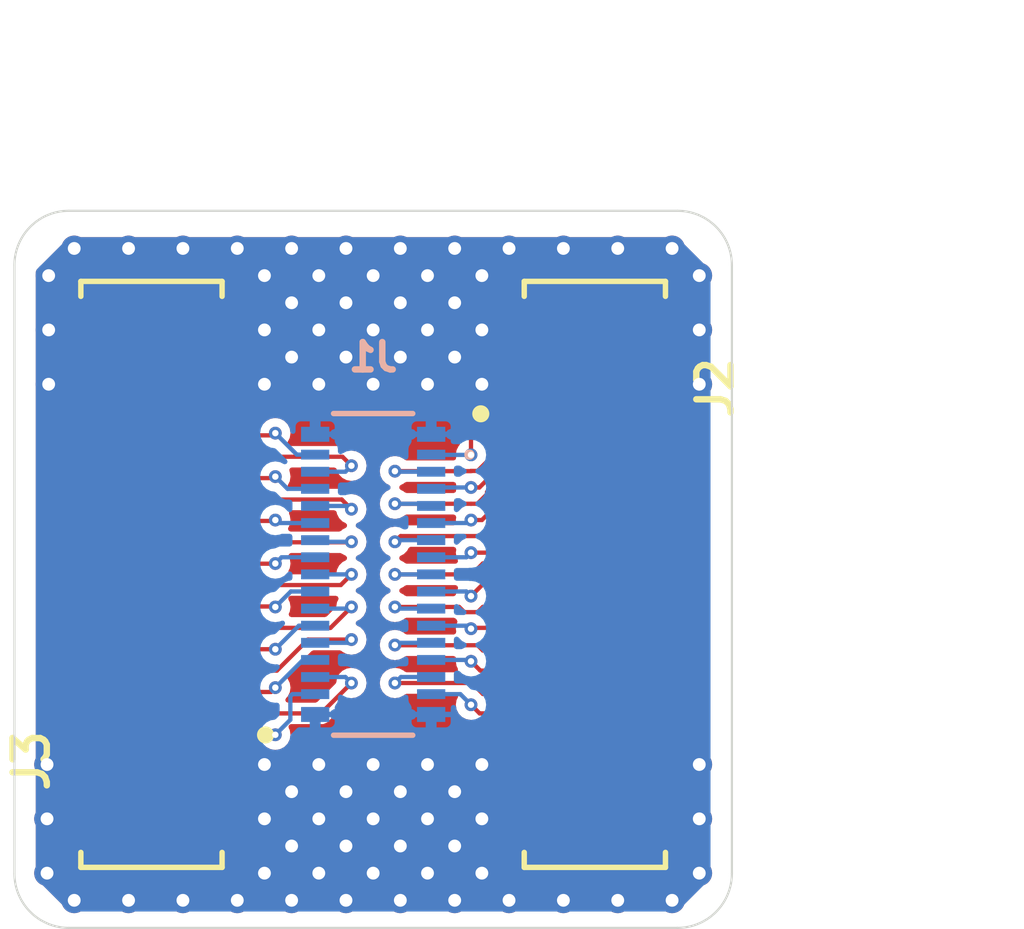
<source format=kicad_pcb>
(kicad_pcb (version 20240108) (generator "pcbnew") (generator_version "8.0")
  (layers (0 "F.Cu" signal) (31 "B.Cu" signal) (34 "B.Paste" user) (35 "F.Paste" user) (36 "B.SilkS" user "B.Silkscreen") (37 "F.SilkS" user "F.Silkscreen") (38 "B.Mask" user) (39 "F.Mask" user) (44 "Edge.Cuts" user))
  (net 0 "")
  (net 1 "/W25")
  (net 2 "/W6")
  (net 3 "/W8")
  (net 4 "/W22")
  (net 5 "/W17")
  (net 6 "/W10")
  (net 7 "/W23")
  (net 8 "/W21")
  (net 9 "/W19")
  (net 10 "/W9")
  (net 11 "/W24")
  (net 12 "/W27")
  (net 13 "/W1")
  (net 14 "/W13")
  (net 15 "/W2")
  (net 16 "/W15")
  (net 17 "/W12")
  (net 18 "/W30")
  (net 19 "/W18")
  (net 20 "/W7")
  (net 21 "/W29")
  (net 22 "/W14")
  (net 23 "/W3")
  (net 24 "/W4")
  (net 25 "/W16")
  (net 26 "/W5")
  (net 27 "/W11")
  (net 28 "/W26")
  (net 29 "/W28")
  (net 30 "/W20")
  (net 31 "GND")
  (footprint "local:TE_1-1734742-6" (layer "F.Cu") (at 81.28 44.45 -90)
    (property "Reference" "J2" (at -4.36 -2.908 90) (layer "F.SilkS") (effects (font (size 0.8 0.8))))
    (property "Value" "ODD")
    (fp_line (start -6.85 1.55) (end -6.5 1.55) (stroke (width 0.127)) (layer "F.SilkS"))
    (fp_line (start 6.85 1.55) (end 6.5 1.55) (stroke (width 0.127)) (layer "F.SilkS"))
    (fp_line (start -6.85 -1.75) (end -6.85 1.55) (stroke (width 0.127)) (layer "F.SilkS"))
    (fp_line (start -6.5 -1.75) (end -6.85 -1.75) (stroke (width 0.127)) (layer "F.SilkS"))
    (fp_line (start 6.5 -1.75) (end 6.85 -1.75) (stroke (width 0.127)) (layer "F.SilkS"))
    (fp_line (start 6.85 -1.75) (end 6.85 1.55) (stroke (width 0.127)) (layer "F.SilkS"))
    (fp_circle (center -3.754 2.565) (end -3.654 2.565) (stroke (width 0.2)) (fill none) (layer "F.SilkS"))
    (pad "1" smd rect (at -3.75 1.2 270) (size 0.4 1.6) (layers "F.Cu" "F.Paste" "F.Mask") (net 13 "/W1"))
    (pad "2" smd rect (at -3.25 -1.2 270) (size 0.4 1.6) (layers "F.Cu" "F.Paste" "F.Mask") (net 23 "/W3"))
    (pad "3" smd rect (at -2.75 1.2 270) (size 0.4 1.6) (layers "F.Cu" "F.Paste" "F.Mask") (net 26 "/W5"))
    (pad "4" smd rect (at -2.25 -1.2 270) (size 0.4 1.6) (layers "F.Cu" "F.Paste" "F.Mask") (net 20 "/W7"))
    (pad "5" smd rect (at -1.75 1.2 270) (size 0.4 1.6) (layers "F.Cu" "F.Paste" "F.Mask") (net 10 "/W9"))
    (pad "6" smd rect (at -1.25 -1.2 270) (size 0.4 1.6) (layers "F.Cu" "F.Paste" "F.Mask") (net 27 "/W11"))
    (pad "7" smd rect (at -0.75 1.2 270) (size 0.4 1.6) (layers "F.Cu" "F.Paste" "F.Mask") (net 14 "/W13"))
    (pad "8" smd rect (at -0.25 -1.2 270) (size 0.4 1.6) (layers "F.Cu" "F.Paste" "F.Mask") (net 16 "/W15"))
    (pad "9" smd rect (at 0.25 1.2 270) (size 0.4 1.6) (layers "F.Cu" "F.Paste" "F.Mask") (net 5 "/W17"))
    (pad "10" smd rect (at 0.75 -1.2 270) (size 0.4 1.6) (layers "F.Cu" "F.Paste" "F.Mask") (net 9 "/W19"))
    (pad "11" smd rect (at 1.25 1.2 270) (size 0.4 1.6) (layers "F.Cu" "F.Paste" "F.Mask") (net 8 "/W21"))
    (pad "12" smd rect (at 1.75 -1.2 270) (size 0.4 1.6) (layers "F.Cu" "F.Paste" "F.Mask") (net 7 "/W23"))
    (pad "13" smd rect (at 2.25 1.2 270) (size 0.4 1.6) (layers "F.Cu" "F.Paste" "F.Mask") (net 1 "/W25"))
    (pad "14" smd rect (at 2.75 -1.2 270) (size 0.4 1.6) (layers "F.Cu" "F.Paste" "F.Mask") (net 12 "/W27"))
    (pad "15" smd rect (at 3.25 1.2 270) (size 0.4 1.6) (layers "F.Cu" "F.Paste" "F.Mask") (net 21 "/W29"))
    (pad "16" smd rect (at 3.75 -1.2 270) (size 0.4 1.6) (layers "F.Cu" "F.Paste" "F.Mask"))
    (pad "S1" smd rect (at -5.45 0 270) (size 1.4 2.9) (layers "F.Cu" "F.Paste" "F.Mask") (net 31 "GND"))
    (pad "S2" smd rect (at 5.45 0 270) (size 1.4 2.9) (layers "F.Cu" "F.Paste" "F.Mask") (net 31 "GND"))
  )
  (footprint "local:TE_1-1734742-6" (layer "F.Cu") (at 71.12 44.45 90)
    (property "Reference" "J3" (at -4.36 -2.908 -90) (layer "F.SilkS") (effects (font (size 0.8 0.8))))
    (property "Value" "EVEN")
    (fp_line (start 6.85 -1.75) (end 6.85 1.55) (stroke (width 0.127)) (layer "F.SilkS"))
    (fp_line (start 6.5 -1.75) (end 6.85 -1.75) (stroke (width 0.127)) (layer "F.SilkS"))
    (fp_line (start -6.5 -1.75) (end -6.85 -1.75) (stroke (width 0.127)) (layer "F.SilkS"))
    (fp_line (start -6.85 -1.75) (end -6.85 1.55) (stroke (width 0.127)) (layer "F.SilkS"))
    (fp_line (start 6.85 1.55) (end 6.5 1.55) (stroke (width 0.127)) (layer "F.SilkS"))
    (fp_line (start -6.85 1.55) (end -6.5 1.55) (stroke (width 0.127)) (layer "F.SilkS"))
    (fp_circle (center -3.754 2.565) (end -3.654 2.565) (stroke (width 0.2)) (fill none) (layer "F.SilkS"))
    (pad "1" smd rect (at -3.75 1.2 90) (size 0.4 1.6) (layers "F.Cu" "F.Paste" "F.Mask") (net 18 "/W30"))
    (pad "2" smd rect (at -3.25 -1.2 90) (size 0.4 1.6) (layers "F.Cu" "F.Paste" "F.Mask") (net 29 "/W28"))
    (pad "3" smd rect (at -2.75 1.2 90) (size 0.4 1.6) (layers "F.Cu" "F.Paste" "F.Mask") (net 28 "/W26"))
    (pad "4" smd rect (at -2.25 -1.2 90) (size 0.4 1.6) (layers "F.Cu" "F.Paste" "F.Mask") (net 11 "/W24"))
    (pad "5" smd rect (at -1.75 1.2 90) (size 0.4 1.6) (layers "F.Cu" "F.Paste" "F.Mask") (net 4 "/W22"))
    (pad "6" smd rect (at -1.25 -1.2 90) (size 0.4 1.6) (layers "F.Cu" "F.Paste" "F.Mask") (net 30 "/W20"))
    (pad "7" smd rect (at -0.75 1.2 90) (size 0.4 1.6) (layers "F.Cu" "F.Paste" "F.Mask") (net 19 "/W18"))
    (pad "8" smd rect (at -0.25 -1.2 90) (size 0.4 1.6) (layers "F.Cu" "F.Paste" "F.Mask") (net 25 "/W16"))
    (pad "9" smd rect (at 0.25 1.2 90) (size 0.4 1.6) (layers "F.Cu" "F.Paste" "F.Mask") (net 22 "/W14"))
    (pad "10" smd rect (at 0.75 -1.2 90) (size 0.4 1.6) (layers "F.Cu" "F.Paste" "F.Mask") (net 17 "/W12"))
    (pad "11" smd rect (at 1.25 1.2 90) (size 0.4 1.6) (layers "F.Cu" "F.Paste" "F.Mask") (net 6 "/W10"))
    (pad "12" smd rect (at 1.75 -1.2 90) (size 0.4 1.6) (layers "F.Cu" "F.Paste" "F.Mask") (net 3 "/W8"))
    (pad "13" smd rect (at 2.25 1.2 90) (size 0.4 1.6) (layers "F.Cu" "F.Paste" "F.Mask") (net 2 "/W6"))
    (pad "14" smd rect (at 2.75 -1.2 90) (size 0.4 1.6) (layers "F.Cu" "F.Paste" "F.Mask") (net 24 "/W4"))
    (pad "15" smd rect (at 3.25 1.2 90) (size 0.4 1.6) (layers "F.Cu" "F.Paste" "F.Mask") (net 15 "/W2"))
    (pad "16" smd rect (at 3.75 -1.2 90) (size 0.4 1.6) (layers "F.Cu" "F.Paste" "F.Mask"))
    (pad "S1" smd rect (at -5.45 0 90) (size 1.4 2.9) (layers "F.Cu" "F.Paste" "F.Mask") (net 31 "GND"))
    (pad "S2" smd rect (at 5.45 0 90) (size 1.4 2.9) (layers "F.Cu" "F.Paste" "F.Mask") (net 31 "GND"))
  )
  (footprint "local:HRS_DF40C-30DP-0.4V_51_" (layer "B.Cu") (at 76.2 44.45 -90)
    (property "Reference" "J1" (at -5.08 0 0) (layer "B.SilkS") (effects (font (size 0.64 0.64)) (justify mirror)))
    (property "Value" "DF40C-30DP-0.4V")
    (fp_line (start -3.76 0.925) (end -3.76 -0.925) (stroke (width 0.127)) (layer "B.SilkS"))
    (fp_line (start 3.76 -0.925) (end 3.76 0.925) (stroke (width 0.127)) (layer "B.SilkS"))
    (fp_circle (center -2.8 -2.25) (end -2.74 -2.25) (stroke (width 0.12)) (fill none) (layer "B.SilkS"))
    (pad "1" smd rect (at -2.8 -1.355 270) (size 0.23 0.66) (layers "B.Cu") (net 13 "/W1"))
    (pad "2" smd rect (at -2.8 1.355 270) (size 0.23 0.66) (layers "B.Cu") (net 15 "/W2"))
    (pad "3" smd rect (at -2.4 -1.355 270) (size 0.23 0.66) (layers "B.Cu") (net 23 "/W3"))
    (pad "4" smd rect (at -2.4 1.355 270) (size 0.23 0.66) (layers "B.Cu") (net 24 "/W4"))
    (pad "5" smd rect (at -2 -1.355 270) (size 0.23 0.66) (layers "B.Cu") (net 26 "/W5"))
    (pad "6" smd rect (at -2 1.355 270) (size 0.23 0.66) (layers "B.Cu") (net 2 "/W6"))
    (pad "7" smd rect (at -1.6 -1.355 270) (size 0.23 0.66) (layers "B.Cu") (net 20 "/W7"))
    (pad "8" smd rect (at -1.6 1.355 270) (size 0.23 0.66) (layers "B.Cu") (net 3 "/W8"))
    (pad "9" smd rect (at -1.2 -1.355 270) (size 0.23 0.66) (layers "B.Cu") (net 10 "/W9"))
    (pad "10" smd rect (at -1.2 1.355 270) (size 0.23 0.66) (layers "B.Cu") (net 6 "/W10"))
    (pad "11" smd rect (at -0.8 -1.355 270) (size 0.23 0.66) (layers "B.Cu") (net 27 "/W11"))
    (pad "12" smd rect (at -0.8 1.355 270) (size 0.23 0.66) (layers "B.Cu") (net 17 "/W12"))
    (pad "13" smd rect (at -0.4 -1.355 270) (size 0.23 0.66) (layers "B.Cu") (net 14 "/W13"))
    (pad "14" smd rect (at -0.4 1.355 270) (size 0.23 0.66) (layers "B.Cu") (net 22 "/W14"))
    (pad "15" smd rect (at 0 -1.355 270) (size 0.23 0.66) (layers "B.Cu") (net 16 "/W15"))
    (pad "16" smd rect (at 0 1.355 270) (size 0.23 0.66) (layers "B.Cu") (net 25 "/W16"))
    (pad "17" smd rect (at 0.4 -1.355 270) (size 0.23 0.66) (layers "B.Cu") (net 5 "/W17"))
    (pad "18" smd rect (at 0.4 1.355 270) (size 0.23 0.66) (layers "B.Cu") (net 19 "/W18"))
    (pad "19" smd rect (at 0.8 -1.355 270) (size 0.23 0.66) (layers "B.Cu") (net 9 "/W19"))
    (pad "20" smd rect (at 0.8 1.355 270) (size 0.23 0.66) (layers "B.Cu") (net 30 "/W20"))
    (pad "21" smd rect (at 1.2 -1.355 270) (size 0.23 0.66) (layers "B.Cu") (net 8 "/W21"))
    (pad "22" smd rect (at 1.2 1.355 270) (size 0.23 0.66) (layers "B.Cu") (net 4 "/W22"))
    (pad "23" smd rect (at 1.6 -1.355 270) (size 0.23 0.66) (layers "B.Cu") (net 7 "/W23"))
    (pad "24" smd rect (at 1.6 1.355 270) (size 0.23 0.66) (layers "B.Cu") (net 11 "/W24"))
    (pad "25" smd rect (at 2 -1.355 270) (size 0.23 0.66) (layers "B.Cu") (net 1 "/W25"))
    (pad "26" smd rect (at 2 1.355 270) (size 0.23 0.66) (layers "B.Cu") (net 28 "/W26"))
    (pad "27" smd rect (at 2.4 -1.355 270) (size 0.23 0.66) (layers "B.Cu") (net 12 "/W27"))
    (pad "28" smd rect (at 2.4 1.355 270) (size 0.23 0.66) (layers "B.Cu") (net 29 "/W28"))
    (pad "29" smd rect (at 2.8 -1.355 270) (size 0.23 0.66) (layers "B.Cu") (net 21 "/W29"))
    (pad "30" smd rect (at 2.8 1.355 270) (size 0.23 0.66) (layers "B.Cu") (net 18 "/W30"))
    (pad "S1" smd rect (at -3.275 -1.355 270) (size 0.35 0.66) (layers "B.Cu" "B.Mask") (net 31 "GND"))
    (pad "S2" smd rect (at -3.275 1.355 270) (size 0.35 0.66) (layers "B.Cu" "B.Mask") (net 31 "GND"))
    (pad "S3" smd rect (at 3.275 -1.355 270) (size 0.35 0.66) (layers "B.Cu" "B.Mask") (net 31 "GND"))
    (pad "S4" smd rect (at 3.275 1.355 270) (size 0.35 0.66) (layers "B.Cu" "B.Mask") (net 31 "GND"))
  )
  (gr_arc (start 83.312 35.950026) (mid 84.210026 36.322) (end 84.582 37.220026) (stroke (width 0.05)) (layer "Edge.Cuts"))
  (gr_line (start 83.312 52.714026) (end 69.088 52.714026) (stroke (width 0.05)) (layer "Edge.Cuts"))
  (gr_line (start 84.582 51.444026) (end 84.582 37.220026) (stroke (width 0.05)) (layer "Edge.Cuts"))
  (gr_arc (start 67.818 37.220026) (mid 68.189974 36.322) (end 69.088 35.950026) (stroke (width 0.05)) (layer "Edge.Cuts"))
  (gr_line (start 67.818 37.220026) (end 67.818 51.444026) (stroke (width 0.05)) (layer "Edge.Cuts"))
  (gr_line (start 69.088 35.950026) (end 83.312 35.950026) (stroke (width 0.05)) (layer "Edge.Cuts"))
  (gr_arc (start 84.582 51.444026) (mid 84.210026 52.342052) (end 83.312 52.714026) (stroke (width 0.05)) (layer "Edge.Cuts"))
  (gr_arc (start 69.088 52.714026) (mid 68.189974 52.342052) (end 67.818 51.444026) (stroke (width 0.05)) (layer "Edge.Cuts"))
  (segment (start 78.486 46.482) (end 78.704 46.7) (width 0.1) (layer "F.Cu") (net 1))
  (segment (start 78.704 46.7) (end 80.08 46.7) (width 0.1) (layer "F.Cu") (net 1))
  (via (at 78.486 46.482) (size 0.3) (drill 0.15) (layers "F.Cu" "B.Cu") (net 1))
  (segment (start 78.454 46.45) (end 77.555 46.45) (width 0.1) (layer "B.Cu") (net 1))
  (segment (start 78.486 46.482) (end 78.454 46.45) (width 0.1) (layer "B.Cu") (net 1))
  (segment (start 73.914 42.164) (end 73.878 42.2) (width 0.1) (layer "F.Cu") (net 2))
  (segment (start 73.878 42.2) (end 72.32 42.2) (width 0.1) (layer "F.Cu") (net 2))
  (via (at 73.914 42.164) (size 0.3) (drill 0.15) (layers "F.Cu" "B.Cu") (net 2))
  (segment (start 74.2 42.45) (end 74.845 42.45) (width 0.1) (layer "B.Cu") (net 2))
  (segment (start 73.914 42.164) (end 74.2 42.45) (width 0.1) (layer "B.Cu") (net 2))
  (segment (start 69.92 42.7) (end 75.466 42.7) (width 0.1) (layer "F.Cu") (net 3))
  (segment (start 75.466 42.7) (end 75.692 42.926) (width 0.1) (layer "F.Cu") (net 3))
  (via (at 75.692 42.926) (size 0.3) (drill 0.15) (layers "F.Cu" "B.Cu") (net 3))
  (segment (start 75.692 42.926) (end 75.616 42.85) (width 0.1) (layer "B.Cu") (net 3))
  (segment (start 75.616 42.85) (end 74.845 42.85) (width 0.1) (layer "B.Cu") (net 3))
  (segment (start 73.914 46.2) (end 72.32 46.2) (width 0.1) (layer "F.Cu") (net 4))
  (via (at 73.914 46.2) (size 0.3) (drill 0.15) (layers "F.Cu" "B.Cu") (net 4))
  (segment (start 74.464 45.65) (end 74.845 45.65) (width 0.1) (layer "B.Cu") (net 4))
  (segment (start 73.914 46.2) (end 74.464 45.65) (width 0.1) (layer "B.Cu") (net 4))
  (segment (start 78.486 44.958) (end 78.744 44.7) (width 0.1) (layer "F.Cu") (net 5))
  (segment (start 78.744 44.7) (end 80.08 44.7) (width 0.1) (layer "F.Cu") (net 5))
  (via (at 78.486 44.958) (size 0.3) (drill 0.15) (layers "F.Cu" "B.Cu") (net 5))
  (segment (start 78.378 44.85) (end 77.555 44.85) (width 0.1) (layer "B.Cu") (net 5))
  (segment (start 78.486 44.958) (end 78.378 44.85) (width 0.1) (layer "B.Cu") (net 5))
  (segment (start 72.32 43.2) (end 73.894 43.2) (width 0.1) (layer "F.Cu") (net 6))
  (segment (start 73.894 43.2) (end 73.914 43.18) (width 0.1) (layer "F.Cu") (net 6))
  (via (at 73.914 43.18) (size 0.3) (drill 0.15) (layers "F.Cu" "B.Cu") (net 6))
  (segment (start 73.914 43.18) (end 73.984 43.25) (width 0.1) (layer "B.Cu") (net 6))
  (segment (start 73.984 43.25) (end 74.845 43.25) (width 0.1) (layer "B.Cu") (net 6))
  (segment (start 78.762331 46.228) (end 82.452 46.228) (width 0.1) (layer "F.Cu") (net 7))
  (segment (start 78.641331 46.107) (end 78.762331 46.228) (width 0.1) (layer "F.Cu") (net 7))
  (segment (start 76.708 46.101) (end 76.714 46.107) (width 0.1) (layer "F.Cu") (net 7))
  (segment (start 76.714 46.107) (end 78.641331 46.107) (width 0.1) (layer "F.Cu") (net 7))
  (segment (start 82.452 46.228) (end 82.48 46.2) (width 0.1) (layer "F.Cu") (net 7))
  (via (at 76.708 46.101) (size 0.3) (drill 0.15) (layers "F.Cu" "B.Cu") (net 7))
  (segment (start 76.759 46.05) (end 76.708 46.101) (width 0.1) (layer "B.Cu") (net 7))
  (segment (start 77.555 46.05) (end 76.759 46.05) (width 0.1) (layer "B.Cu") (net 7))
  (segment (start 78.506 45.7) (end 78.486 45.72) (width 0.1) (layer "F.Cu") (net 8))
  (segment (start 80.08 45.7) (end 78.506 45.7) (width 0.1) (layer "F.Cu") (net 8))
  (via (at 78.486 45.72) (size 0.3) (drill 0.15) (layers "F.Cu" "B.Cu") (net 8))
  (segment (start 78.416 45.65) (end 77.555 45.65) (width 0.1) (layer "B.Cu") (net 8))
  (segment (start 78.486 45.72) (end 78.416 45.65) (width 0.1) (layer "B.Cu") (net 8))
  (segment (start 76.708 45.212) (end 78.209669 45.212) (width 0.1) (layer "F.Cu") (net 9))
  (segment (start 78.330669 45.333) (end 78.641331 45.333) (width 0.1) (layer "F.Cu") (net 9))
  (segment (start 78.209669 45.212) (end 78.330669 45.333) (width 0.1) (layer "F.Cu") (net 9))
  (segment (start 78.762331 45.212) (end 82.468 45.212) (width 0.1) (layer "F.Cu") (net 9))
  (segment (start 78.641331 45.333) (end 78.762331 45.212) (width 0.1) (layer "F.Cu") (net 9))
  (segment (start 82.468 45.212) (end 82.48 45.2) (width 0.1) (layer "F.Cu") (net 9))
  (via (at 76.708 45.212) (size 0.3) (drill 0.15) (layers "F.Cu" "B.Cu") (net 9))
  (segment (start 76.746 45.25) (end 76.708 45.212) (width 0.1) (layer "B.Cu") (net 9))
  (segment (start 77.555 45.25) (end 76.746 45.25) (width 0.1) (layer "B.Cu") (net 9))
  (segment (start 79.22 42.7) (end 78.74 43.18) (width 0.1) (layer "F.Cu") (net 10))
  (segment (start 80.08 42.7) (end 79.22 42.7) (width 0.1) (layer "F.Cu") (net 10))
  (segment (start 78.74 43.18) (end 78.486 43.18) (width 0.1) (layer "F.Cu") (net 10))
  (via (at 78.486 43.18) (size 0.3) (drill 0.15) (layers "F.Cu" "B.Cu") (net 10))
  (segment (start 78.416 43.25) (end 77.555 43.25) (width 0.1) (layer "B.Cu") (net 10))
  (segment (start 78.486 43.18) (end 78.416 43.25) (width 0.1) (layer "B.Cu") (net 10))
  (segment (start 69.92 46.7) (end 73.95 46.7) (width 0.1) (layer "F.Cu") (net 11))
  (segment (start 74.676 45.974) (end 75.692 45.974) (width 0.1) (layer "F.Cu") (net 11))
  (segment (start 73.95 46.7) (end 74.676 45.974) (width 0.1) (layer "F.Cu") (net 11))
  (via (at 75.692 45.974) (size 0.3) (drill 0.15) (layers "F.Cu" "B.Cu") (net 11))
  (segment (start 75.616 46.05) (end 75.692 45.974) (width 0.1) (layer "B.Cu") (net 11))
  (segment (start 74.845 46.05) (end 75.616 46.05) (width 0.1) (layer "B.Cu") (net 11))
  (segment (start 76.708 46.99) (end 78.508331 46.99) (width 0.1) (layer "F.Cu") (net 12))
  (segment (start 82.436 47.244) (end 82.48 47.2) (width 0.1) (layer "F.Cu") (net 12))
  (segment (start 78.508331 46.99) (end 78.762331 47.244) (width 0.1) (layer "F.Cu") (net 12))
  (segment (start 78.762331 47.244) (end 82.436 47.244) (width 0.1) (layer "F.Cu") (net 12))
  (via (at 76.708 46.99) (size 0.3) (drill 0.15) (layers "F.Cu" "B.Cu") (net 12))
  (segment (start 77.555 46.85) (end 76.848 46.85) (width 0.1) (layer "B.Cu") (net 12))
  (segment (start 76.848 46.85) (end 76.708 46.99) (width 0.1) (layer "B.Cu") (net 12))
  (segment (start 80.08 40.7) (end 78.934 40.7) (width 0.1) (layer "F.Cu") (net 13))
  (segment (start 78.934 40.7) (end 78.486 41.148) (width 0.1) (layer "F.Cu") (net 13))
  (segment (start 78.486 41.148) (end 78.486 41.656) (width 0.1) (layer "F.Cu") (net 13))
  (via (at 78.486 41.656) (size 0.3) (drill 0.15) (layers "F.Cu" "B.Cu") (net 13))
  (segment (start 78.486 41.656) (end 77.561 41.656) (width 0.1) (layer "B.Cu") (net 13))
  (segment (start 77.561 41.656) (end 77.555 41.65) (width 0.1) (layer "B.Cu") (net 13))
  (segment (start 80.08 43.7) (end 79.363 43.7) (width 0.1) (layer "F.Cu") (net 14))
  (segment (start 79.121 43.942) (end 78.486 43.942) (width 0.1) (layer "F.Cu") (net 14))
  (segment (start 79.363 43.7) (end 79.121 43.942) (width 0.1) (layer "F.Cu") (net 14))
  (via (at 78.486 43.942) (size 0.3) (drill 0.15) (layers "F.Cu" "B.Cu") (net 14))
  (segment (start 78.486 43.942) (end 78.378 44.05) (width 0.1) (layer "B.Cu") (net 14))
  (segment (start 78.378 44.05) (end 77.555 44.05) (width 0.1) (layer "B.Cu") (net 14))
  (segment (start 73.914 41.148) (end 73.862 41.2) (width 0.1) (layer "F.Cu") (net 15))
  (segment (start 73.862 41.2) (end 72.32 41.2) (width 0.1) (layer "F.Cu") (net 15))
  (via (at 73.914 41.148) (size 0.3) (drill 0.15) (layers "F.Cu" "B.Cu") (net 15))
  (segment (start 73.914 41.148) (end 74.416 41.65) (width 0.1) (layer "B.Cu") (net 15))
  (segment (start 74.416 41.65) (end 74.845 41.65) (width 0.1) (layer "B.Cu") (net 15))
  (segment (start 78.508331 44.45) (end 78.762331 44.196) (width 0.1) (layer "F.Cu") (net 16))
  (segment (start 78.762331 44.196) (end 82.476 44.196) (width 0.1) (layer "F.Cu") (net 16))
  (segment (start 76.708 44.45) (end 78.508331 44.45) (width 0.1) (layer "F.Cu") (net 16))
  (segment (start 82.476 44.196) (end 82.48 44.2) (width 0.1) (layer "F.Cu") (net 16))
  (via (at 76.708 44.45) (size 0.3) (drill 0.15) (layers "F.Cu" "B.Cu") (net 16))
  (segment (start 77.555 44.45) (end 76.708 44.45) (width 0.1) (layer "B.Cu") (net 16))
  (segment (start 75.68 43.7) (end 75.692 43.688) (width 0.1) (layer "F.Cu") (net 17))
  (segment (start 69.92 43.7) (end 75.68 43.7) (width 0.1) (layer "F.Cu") (net 17))
  (via (at 75.692 43.688) (size 0.3) (drill 0.15) (layers "F.Cu" "B.Cu") (net 17))
  (segment (start 75.692 43.688) (end 74.883 43.688) (width 0.1) (layer "B.Cu") (net 17))
  (segment (start 74.883 43.688) (end 74.845 43.65) (width 0.1) (layer "B.Cu") (net 17))
  (segment (start 73.914 48.2) (end 72.32 48.2) (width 0.1) (layer "F.Cu") (net 18))
  (via (at 73.914 48.2) (size 0.3) (drill 0.15) (layers "F.Cu" "B.Cu") (net 18))
  (segment (start 74.265 47.3) (end 74.315 47.25) (width 0.1) (layer "B.Cu") (net 18))
  (segment (start 74.315 47.25) (end 74.845 47.25) (width 0.1) (layer "B.Cu") (net 18))
  (segment (start 73.914 48.2) (end 74.265 47.849) (width 0.1) (layer "B.Cu") (net 18))
  (segment (start 74.265 47.849) (end 74.265 47.3) (width 0.1) (layer "B.Cu") (net 18))
  (segment (start 73.914 45.212) (end 73.902 45.2) (width 0.1) (layer "F.Cu") (net 19))
  (segment (start 73.902 45.2) (end 72.32 45.2) (width 0.1) (layer "F.Cu") (net 19))
  (via (at 73.914 45.212) (size 0.3) (drill 0.15) (layers "F.Cu" "B.Cu") (net 19))
  (segment (start 73.914 45.212) (end 74.276 44.85) (width 0.1) (layer "B.Cu") (net 19))
  (segment (start 74.276 44.85) (end 74.845 44.85) (width 0.1) (layer "B.Cu") (net 19))
  (segment (start 78.861 42.522158) (end 78.861 42.573331) (width 0.1) (layer "F.Cu") (net 20))
  (segment (start 78.635331 42.799) (end 78.486 42.799) (width 0.1) (layer "F.Cu") (net 20))
  (segment (start 78.861 42.573331) (end 78.635331 42.799) (width 0.1) (layer "F.Cu") (net 20))
  (segment (start 82.48 42.2) (end 79.183158 42.2) (width 0.1) (layer "F.Cu") (net 20))
  (segment (start 78.486 42.799) (end 76.708 42.799) (width 0.1) (layer "F.Cu") (net 20))
  (segment (start 79.183158 42.2) (end 78.861 42.522158) (width 0.1) (layer "F.Cu") (net 20))
  (via (at 76.708 42.799) (size 0.3) (drill 0.15) (layers "F.Cu" "B.Cu") (net 20))
  (segment (start 77.504 42.799) (end 77.555 42.85) (width 0.1) (layer "B.Cu") (net 20))
  (segment (start 76.708 42.799) (end 77.504 42.799) (width 0.1) (layer "B.Cu") (net 20))
  (segment (start 80.08 47.7) (end 78.688 47.7) (width 0.1) (layer "F.Cu") (net 21))
  (segment (start 78.688 47.7) (end 78.486 47.498) (width 0.1) (layer "F.Cu") (net 21))
  (via (at 78.486 47.498) (size 0.3) (drill 0.15) (layers "F.Cu" "B.Cu") (net 21))
  (segment (start 78.238 47.25) (end 77.555 47.25) (width 0.1) (layer "B.Cu") (net 21))
  (segment (start 78.486 47.498) (end 78.238 47.25) (width 0.1) (layer "B.Cu") (net 21))
  (segment (start 72.32 44.2) (end 73.91 44.2) (width 0.1) (layer "F.Cu") (net 22))
  (segment (start 73.91 44.2) (end 73.914 44.196) (width 0.1) (layer "F.Cu") (net 22))
  (via (at 73.914 44.196) (size 0.3) (drill 0.15) (layers "F.Cu" "B.Cu") (net 22))
  (segment (start 73.914 44.196) (end 74.06 44.05) (width 0.1) (layer "B.Cu") (net 22))
  (segment (start 74.06 44.05) (end 74.845 44.05) (width 0.1) (layer "B.Cu") (net 22))
  (segment (start 78.994 41.678331) (end 78.994 41.275) (width 0.1) (layer "F.Cu") (net 23))
  (segment (start 78.641331 42.031) (end 78.994 41.678331) (width 0.1) (layer "F.Cu") (net 23))
  (segment (start 78.486 42.037) (end 78.492 42.031) (width 0.1) (layer "F.Cu") (net 23))
  (segment (start 76.708 42.037) (end 78.486 42.037) (width 0.1) (layer "F.Cu") (net 23))
  (segment (start 78.492 42.031) (end 78.641331 42.031) (width 0.1) (layer "F.Cu") (net 23))
  (segment (start 79.069 41.2) (end 82.48 41.2) (width 0.1) (layer "F.Cu") (net 23))
  (segment (start 78.994 41.275) (end 79.069 41.2) (width 0.1) (layer "F.Cu") (net 23))
  (via (at 76.708 42.037) (size 0.3) (drill 0.15) (layers "F.Cu" "B.Cu") (net 23))
  (segment (start 76.721 42.05) (end 76.708 42.037) (width 0.1) (layer "B.Cu") (net 23))
  (segment (start 77.555 42.05) (end 76.721 42.05) (width 0.1) (layer "B.Cu") (net 23))
  (segment (start 75.482 41.7) (end 69.92 41.7) (width 0.1) (layer "F.Cu") (net 24))
  (segment (start 75.692 41.91) (end 75.482 41.7) (width 0.1) (layer "F.Cu") (net 24))
  (via (at 75.692 41.91) (size 0.3) (drill 0.15) (layers "F.Cu" "B.Cu") (net 24))
  (segment (start 75.692 41.91) (end 75.552 42.05) (width 0.1) (layer "B.Cu") (net 24))
  (segment (start 75.552 42.05) (end 74.845 42.05) (width 0.1) (layer "B.Cu") (net 24))
  (segment (start 75.442 44.7) (end 75.692 44.45) (width 0.1) (layer "F.Cu") (net 25))
  (segment (start 69.92 44.7) (end 75.442 44.7) (width 0.1) (layer "F.Cu") (net 25))
  (via (at 75.692 44.45) (size 0.3) (drill 0.15) (layers "F.Cu" "B.Cu") (net 25))
  (segment (start 75.692 44.45) (end 74.845 44.45) (width 0.1) (layer "B.Cu") (net 25))
  (segment (start 78.682316 42.418) (end 78.486 42.418) (width 0.1) (layer "F.Cu") (net 26))
  (segment (start 78.994 42.037) (end 78.994 42.106315) (width 0.1) (layer "F.Cu") (net 26))
  (segment (start 78.994 42.106315) (end 78.682316 42.418) (width 0.1) (layer "F.Cu") (net 26))
  (segment (start 79.331 41.7) (end 78.994 42.037) (width 0.1) (layer "F.Cu") (net 26))
  (segment (start 80.08 41.7) (end 79.331 41.7) (width 0.1) (layer "F.Cu") (net 26))
  (via (at 78.486 42.418) (size 0.3) (drill 0.15) (layers "F.Cu" "B.Cu") (net 26))
  (segment (start 77.587 42.418) (end 77.555 42.45) (width 0.1) (layer "B.Cu") (net 26))
  (segment (start 78.486 42.418) (end 77.587 42.418) (width 0.1) (layer "B.Cu") (net 26))
  (segment (start 79.248 43.18) (end 79.375 43.18) (width 0.1) (layer "F.Cu") (net 27))
  (segment (start 76.708 43.688) (end 76.841 43.555) (width 0.1) (layer "F.Cu") (net 27))
  (segment (start 79.395 43.2) (end 82.48 43.2) (width 0.1) (layer "F.Cu") (net 27))
  (segment (start 76.841 43.555) (end 78.873 43.555) (width 0.1) (layer "F.Cu") (net 27))
  (segment (start 78.873 43.555) (end 79.248 43.18) (width 0.1) (layer "F.Cu") (net 27))
  (segment (start 79.375 43.18) (end 79.395 43.2) (width 0.1) (layer "F.Cu") (net 27))
  (via (at 76.708 43.688) (size 0.3) (drill 0.15) (layers "F.Cu" "B.Cu") (net 27))
  (segment (start 76.746 43.65) (end 76.708 43.688) (width 0.1) (layer "B.Cu") (net 27))
  (segment (start 77.555 43.65) (end 76.746 43.65) (width 0.1) (layer "B.Cu") (net 27))
  (segment (start 73.8115 47.2) (end 72.32 47.2) (width 0.1) (layer "F.Cu") (net 28))
  (segment (start 73.914 47.0975) (end 73.8115 47.2) (width 0.1) (layer "F.Cu") (net 28))
  (via (at 73.914 47.0975) (size 0.3) (drill 0.15) (layers "F.Cu" "B.Cu") (net 28))
  (segment (start 74.5615 46.45) (end 74.845 46.45) (width 0.1) (layer "B.Cu") (net 28))
  (segment (start 73.914 47.0975) (end 74.5615 46.45) (width 0.1) (layer "B.Cu") (net 28))
  (segment (start 75.692 46.99) (end 74.982 47.7) (width 0.1) (layer "F.Cu") (net 29))
  (segment (start 74.982 47.7) (end 69.92 47.7) (width 0.1) (layer "F.Cu") (net 29))
  (via (at 75.692 46.99) (size 0.3) (drill 0.15) (layers "F.Cu" "B.Cu") (net 29))
  (segment (start 75.552 46.85) (end 74.845 46.85) (width 0.1) (layer "B.Cu") (net 29))
  (segment (start 75.692 46.99) (end 75.552 46.85) (width 0.1) (layer "B.Cu") (net 29))
  (segment (start 75.692 45.212) (end 75.204 45.7) (width 0.1) (layer "F.Cu") (net 30))
  (segment (start 75.204 45.7) (end 69.92 45.7) (width 0.1) (layer "F.Cu") (net 30))
  (via (at 75.692 45.212) (size 0.3) (drill 0.15) (layers "F.Cu" "B.Cu") (net 30))
  (segment (start 74.845 45.25) (end 75.654 45.25) (width 0.1) (layer "B.Cu") (net 30))
  (segment (start 75.654 45.25) (end 75.692 45.212) (width 0.1) (layer "B.Cu") (net 30))
  (via (at 78.105 50.8) (size 0.6) (drill 0.3) (layers "F.Cu" "B.Cu") (net 31))
  (via (at 76.835 36.83) (size 0.6) (drill 0.3) (layers "F.Cu" "B.Cu") (net 31))
  (via (at 73.025 52.07) (size 0.6) (drill 0.3) (layers "F.Cu" "B.Cu") (net 31))
  (via (at 68.618 37.465) (size 0.6) (drill 0.3) (layers "F.Cu" "B.Cu") (net 31))
  (via (at 74.295 52.07) (size 0.6) (drill 0.3) (layers "F.Cu" "B.Cu") (net 31))
  (via (at 79.375 52.07) (size 0.6) (drill 0.3) (layers "F.Cu" "B.Cu") (net 31))
  (via (at 77.47 37.465) (size 0.6) (drill 0.3) (layers "F.Cu" "B.Cu") (net 31))
  (via (at 78.74 50.165) (size 0.6) (drill 0.3) (layers "F.Cu" "B.Cu") (net 31))
  (via (at 78.74 38.735) (size 0.6) (drill 0.3) (layers "F.Cu" "B.Cu") (net 31))
  (via (at 76.2 51.435) (size 0.6) (drill 0.3) (layers "F.Cu" "B.Cu") (net 31))
  (via (at 75.565 50.8) (size 0.6) (drill 0.3) (layers "F.Cu" "B.Cu") (net 31))
  (via (at 73.66 48.895) (size 0.6) (drill 0.3) (layers "F.Cu" "B.Cu") (net 31))
  (via (at 83.185 52.07) (size 0.6) (drill 0.3) (layers "F.Cu" "B.Cu") (net 31))
  (via (at 74.295 36.83) (size 0.6) (drill 0.3) (layers "F.Cu" "B.Cu") (net 31))
  (via (at 73.66 40.005) (size 0.6) (drill 0.3) (layers "F.Cu" "B.Cu") (net 31))
  (via (at 76.835 49.53) (size 0.6) (drill 0.3) (layers "F.Cu" "B.Cu") (net 31))
  (via (at 73.66 50.165) (size 0.6) (drill 0.3) (layers "F.Cu" "B.Cu") (net 31))
  (via (at 71.755 52.07) (size 0.6) (drill 0.3) (layers "F.Cu" "B.Cu") (net 31))
  (via (at 78.74 40.005) (size 0.6) (drill 0.3) (layers "F.Cu" "B.Cu") (net 31))
  (via (at 70.485 52.07) (size 0.6) (drill 0.3) (layers "F.Cu" "B.Cu") (net 31))
  (via (at 77.47 40.005) (size 0.6) (drill 0.3) (layers "F.Cu" "B.Cu") (net 31))
  (via (at 74.295 39.37) (size 0.6) (drill 0.3) (layers "F.Cu" "B.Cu") (net 31))
  (via (at 68.58 51.435) (size 0.6) (drill 0.3) (layers "F.Cu" "B.Cu") (net 31))
  (via (at 74.93 48.895) (size 0.6) (drill 0.3) (layers "F.Cu" "B.Cu") (net 31))
  (via (at 74.93 38.735) (size 0.6) (drill 0.3) (layers "F.Cu" "B.Cu") (net 31))
  (via (at 74.295 50.8) (size 0.6) (drill 0.3) (layers "F.Cu" "B.Cu") (net 31))
  (via (at 69.215 36.83) (size 0.6) (drill 0.3) (layers "F.Cu" "B.Cu") (net 31))
  (via (at 68.618 40.005) (size 0.6) (drill 0.3) (layers "F.Cu" "B.Cu") (net 31))
  (via (at 77.47 38.735) (size 0.6) (drill 0.3) (layers "F.Cu" "B.Cu") (net 31))
  (via (at 81.915 36.83) (size 0.6) (drill 0.3) (layers "F.Cu" "B.Cu") (net 31))
  (via (at 83.185 36.83) (size 0.6) (drill 0.3) (layers "F.Cu" "B.Cu") (net 31))
  (via (at 76.835 50.8) (size 0.6) (drill 0.3) (layers "F.Cu" "B.Cu") (net 31))
  (via (at 76.835 39.37) (size 0.6) (drill 0.3) (layers "F.Cu" "B.Cu") (net 31))
  (via (at 78.105 39.37) (size 0.6) (drill 0.3) (layers "F.Cu" "B.Cu") (net 31))
  (via (at 77.47 48.895) (size 0.6) (drill 0.3) (layers "F.Cu" "B.Cu") (net 31))
  (via (at 78.105 38.1) (size 0.6) (drill 0.3) (layers "F.Cu" "B.Cu") (net 31))
  (via (at 70.485 36.83) (size 0.6) (drill 0.3) (layers "F.Cu" "B.Cu") (net 31))
  (via (at 74.295 49.53) (size 0.6) (drill 0.3) (layers "F.Cu" "B.Cu") (net 31))
  (via (at 74.295 38.1) (size 0.6) (drill 0.3) (layers "F.Cu" "B.Cu") (net 31))
  (via (at 83.82 38.735) (size 0.6) (drill 0.3) (layers "F.Cu" "B.Cu") (net 31))
  (via (at 83.82 40.005) (size 0.6) (drill 0.3) (layers "F.Cu" "B.Cu") (net 31))
  (via (at 80.645 36.83) (size 0.6) (drill 0.3) (layers "F.Cu" "B.Cu") (net 31))
  (via (at 78.105 36.83) (size 0.6) (drill 0.3) (layers "F.Cu" "B.Cu") (net 31))
  (via (at 73.66 51.435) (size 0.6) (drill 0.3) (layers "F.Cu" "B.Cu") (net 31))
  (via (at 73.66 37.465) (size 0.6) (drill 0.3) (layers "F.Cu" "B.Cu") (net 31))
  (via (at 71.755 36.83) (size 0.6) (drill 0.3) (layers "F.Cu" "B.Cu") (net 31))
  (via (at 69.215 52.07) (size 0.6) (drill 0.3) (layers "F.Cu" "B.Cu") (net 31))
  (via (at 83.82 48.895) (size 0.6) (drill 0.3) (layers "F.Cu" "B.Cu") (net 31))
  (via (at 83.82 37.465) (size 0.6) (drill 0.3) (layers "F.Cu" "B.Cu") (net 31))
  (via (at 78.74 51.435) (size 0.6) (drill 0.3) (layers "F.Cu" "B.Cu") (net 31))
  (via (at 81.915 52.07) (size 0.6) (drill 0.3) (layers "F.Cu" "B.Cu") (net 31))
  (via (at 68.618 38.735) (size 0.6) (drill 0.3) (layers "F.Cu" "B.Cu") (net 31))
  (via (at 80.645 52.07) (size 0.6) (drill 0.3) (layers "F.Cu" "B.Cu") (net 31))
  (via (at 78.74 48.895) (size 0.6) (drill 0.3) (layers "F.Cu" "B.Cu") (net 31))
  (via (at 78.105 49.53) (size 0.6) (drill 0.3) (layers "F.Cu" "B.Cu") (net 31))
  (via (at 76.835 52.07) (size 0.6) (drill 0.3) (layers "F.Cu" "B.Cu") (net 31))
  (via (at 76.2 50.165) (size 0.6) (drill 0.3) (layers "F.Cu" "B.Cu") (net 31))
  (via (at 76.2 37.465) (size 0.6) (drill 0.3) (layers "F.Cu" "B.Cu") (net 31))
  (via (at 74.93 50.165) (size 0.6) (drill 0.3) (layers "F.Cu" "B.Cu") (net 31))
  (via (at 83.82 50.165) (size 0.6) (drill 0.3) (layers "F.Cu" "B.Cu") (net 31))
  (via (at 78.105 52.07) (size 0.6) (drill 0.3) (layers "F.Cu" "B.Cu") (net 31))
  (via (at 76.2 40.005) (size 0.6) (drill 0.3) (layers "F.Cu" "B.Cu") (net 31))
  (via (at 77.47 50.165) (size 0.6) (drill 0.3) (layers "F.Cu" "B.Cu") (net 31))
  (via (at 75.565 52.07) (size 0.6) (drill 0.3) (layers "F.Cu" "B.Cu") (net 31))
  (via (at 79.375 36.83) (size 0.6) (drill 0.3) (layers "F.Cu" "B.Cu") (net 31))
  (via (at 78.74 37.465) (size 0.6) (drill 0.3) (layers "F.Cu" "B.Cu") (net 31))
  (via (at 73.025 36.83) (size 0.6) (drill 0.3) (layers "F.Cu" "B.Cu") (net 31))
  (via (at 75.565 39.37) (size 0.6) (drill 0.3) (layers "F.Cu" "B.Cu") (net 31))
  (via (at 74.93 40.005) (size 0.6) (drill 0.3) (layers "F.Cu" "B.Cu") (net 31))
  (via (at 75.565 38.1) (size 0.6) (drill 0.3) (layers "F.Cu" "B.Cu") (net 31))
  (via (at 74.93 37.465) (size 0.6) (drill 0.3) (layers "F.Cu" "B.Cu") (net 31))
  (via (at 68.58 48.895) (size 0.6) (drill 0.3) (layers "F.Cu" "B.Cu") (net 31))
  (via (at 68.58 50.165) (size 0.6) (drill 0.3) (layers "F.Cu" "B.Cu") (net 31))
  (via (at 76.2 48.895) (size 0.6) (drill 0.3) (layers "F.Cu" "B.Cu") (net 31))
  (via (at 73.66 38.735) (size 0.6) (drill 0.3) (layers "F.Cu" "B.Cu") (net 31))
  (via (at 76.835 38.1) (size 0.6) (drill 0.3) (layers "F.Cu" "B.Cu") (net 31))
  (via (at 83.82 51.435) (size 0.6) (drill 0.3) (layers "F.Cu" "B.Cu") (net 31))
  (via (at 76.2 38.735) (size 0.6) (drill 0.3) (layers "F.Cu" "B.Cu") (net 31))
  (via (at 74.93 51.435) (size 0.6) (drill 0.3) (layers "F.Cu" "B.Cu") (net 31))
  (via (at 77.47 51.435) (size 0.6) (drill 0.3) (layers "F.Cu" "B.Cu") (net 31))
  (via (at 75.565 36.83) (size 0.6) (drill 0.3) (layers "F.Cu" "B.Cu") (net 31))
  (via (at 75.565 49.53) (size 0.6) (drill 0.3) (layers "F.Cu" "B.Cu") (net 31))
  (zone (net 31) (net_name "GND") (layers "F&B.Cu") (connect_pads (clearance 0.127)) (min_thickness 0.127) (fill yes (thermal_gap 0.127) (thermal_bridge_width 0.127) (island_removal_mode 1) (island_area_min 10))
    (polygon (pts (xy 68.072 37.592) (xy 69.342 36.322) (xy 83.058 36.322) (xy 84.328 37.592) (xy 84.328 51.308) (xy 83.058 52.578) (xy 69.342 52.578) (xy 68.072 51.308)))
  )
  (zone (net 31) (net_name "GND") (layer "B.Cu") (connect_pads (clearance 0.254)) (min_thickness 0.254) (fill yes (thermal_gap 0.254) (thermal_bridge_width 0.254) (island_removal_mode 1) (island_area_min 10))
    (polygon (pts (xy 68.072 37.592) (xy 69.342 36.322) (xy 83.058 36.322) (xy 84.328 37.592) (xy 84.328 51.308) (xy 83.058 52.578) (xy 69.342 52.578) (xy 68.072 51.308)))
  )
)
</source>
